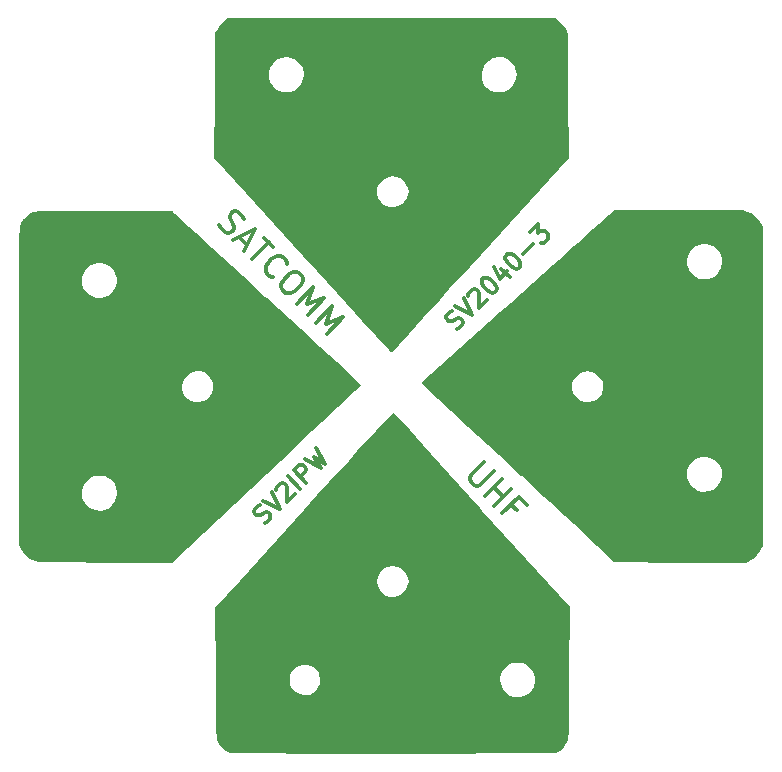
<source format=gts>
%TF.GenerationSoftware,KiCad,Pcbnew,8.0.1*%
%TF.CreationDate,2024-03-29T22:51:31+02:00*%
%TF.ProjectId,Veis,56656973-2e6b-4696-9361-645f70636258,rev?*%
%TF.SameCoordinates,Original*%
%TF.FileFunction,Soldermask,Top*%
%TF.FilePolarity,Negative*%
%FSLAX46Y46*%
G04 Gerber Fmt 4.6, Leading zero omitted, Abs format (unit mm)*
G04 Created by KiCad (PCBNEW 8.0.1) date 2024-03-29 22:51:31*
%MOMM*%
%LPD*%
G01*
G04 APERTURE LIST*
%ADD10C,0.300000*%
%ADD11C,0.000000*%
G04 APERTURE END LIST*
D10*
X161040247Y-86237066D02*
X161242278Y-86136050D01*
X161242278Y-86136050D02*
X161494816Y-85883512D01*
X161494816Y-85883512D02*
X161545323Y-85731989D01*
X161545323Y-85731989D02*
X161545323Y-85630974D01*
X161545323Y-85630974D02*
X161494816Y-85479451D01*
X161494816Y-85479451D02*
X161393801Y-85378436D01*
X161393801Y-85378436D02*
X161242278Y-85327928D01*
X161242278Y-85327928D02*
X161141262Y-85327928D01*
X161141262Y-85327928D02*
X160989740Y-85378436D01*
X160989740Y-85378436D02*
X160737201Y-85529959D01*
X160737201Y-85529959D02*
X160585679Y-85580466D01*
X160585679Y-85580466D02*
X160484663Y-85580466D01*
X160484663Y-85580466D02*
X160333140Y-85529959D01*
X160333140Y-85529959D02*
X160232125Y-85428944D01*
X160232125Y-85428944D02*
X160181618Y-85277421D01*
X160181618Y-85277421D02*
X160181618Y-85176405D01*
X160181618Y-85176405D02*
X160232125Y-85024883D01*
X160232125Y-85024883D02*
X160484663Y-84772344D01*
X160484663Y-84772344D02*
X160686694Y-84671329D01*
X160939232Y-84317776D02*
X162353445Y-85024883D01*
X162353445Y-85024883D02*
X161646338Y-83610669D01*
X162050399Y-83408639D02*
X162050399Y-83307624D01*
X162050399Y-83307624D02*
X162100907Y-83156101D01*
X162100907Y-83156101D02*
X162353445Y-82903563D01*
X162353445Y-82903563D02*
X162504968Y-82853055D01*
X162504968Y-82853055D02*
X162605983Y-82853055D01*
X162605983Y-82853055D02*
X162757506Y-82903563D01*
X162757506Y-82903563D02*
X162858521Y-83004578D01*
X162858521Y-83004578D02*
X162959536Y-83206609D01*
X162959536Y-83206609D02*
X162959536Y-84418792D01*
X162959536Y-84418792D02*
X163616136Y-83762192D01*
X163212074Y-82044933D02*
X163313090Y-81943918D01*
X163313090Y-81943918D02*
X163464612Y-81893411D01*
X163464612Y-81893411D02*
X163565628Y-81893411D01*
X163565628Y-81893411D02*
X163717151Y-81943918D01*
X163717151Y-81943918D02*
X163969689Y-82095441D01*
X163969689Y-82095441D02*
X164222227Y-82347979D01*
X164222227Y-82347979D02*
X164373750Y-82600517D01*
X164373750Y-82600517D02*
X164424257Y-82752040D01*
X164424257Y-82752040D02*
X164424257Y-82853055D01*
X164424257Y-82853055D02*
X164373750Y-83004578D01*
X164373750Y-83004578D02*
X164272734Y-83105594D01*
X164272734Y-83105594D02*
X164121212Y-83156101D01*
X164121212Y-83156101D02*
X164020196Y-83156101D01*
X164020196Y-83156101D02*
X163868673Y-83105594D01*
X163868673Y-83105594D02*
X163616135Y-82954071D01*
X163616135Y-82954071D02*
X163363597Y-82701533D01*
X163363597Y-82701533D02*
X163212074Y-82448994D01*
X163212074Y-82448994D02*
X163161567Y-82297472D01*
X163161567Y-82297472D02*
X163161567Y-82196456D01*
X163161567Y-82196456D02*
X163212074Y-82044933D01*
X164828318Y-81135796D02*
X165535425Y-81842903D01*
X164171719Y-80984274D02*
X164676795Y-81994426D01*
X164676795Y-81994426D02*
X165333394Y-81337827D01*
X165232379Y-80024629D02*
X165333394Y-79923614D01*
X165333394Y-79923614D02*
X165484917Y-79873106D01*
X165484917Y-79873106D02*
X165585932Y-79873106D01*
X165585932Y-79873106D02*
X165737455Y-79923614D01*
X165737455Y-79923614D02*
X165989993Y-80075137D01*
X165989993Y-80075137D02*
X166242531Y-80327675D01*
X166242531Y-80327675D02*
X166394054Y-80580213D01*
X166394054Y-80580213D02*
X166444562Y-80731736D01*
X166444562Y-80731736D02*
X166444562Y-80832751D01*
X166444562Y-80832751D02*
X166394054Y-80984274D01*
X166394054Y-80984274D02*
X166293039Y-81085289D01*
X166293039Y-81085289D02*
X166141516Y-81135797D01*
X166141516Y-81135797D02*
X166040501Y-81135797D01*
X166040501Y-81135797D02*
X165888978Y-81085289D01*
X165888978Y-81085289D02*
X165636440Y-80933766D01*
X165636440Y-80933766D02*
X165383902Y-80681228D01*
X165383902Y-80681228D02*
X165232379Y-80428690D01*
X165232379Y-80428690D02*
X165181871Y-80277167D01*
X165181871Y-80277167D02*
X165181871Y-80176152D01*
X165181871Y-80176152D02*
X165232379Y-80024629D01*
X166697100Y-79873106D02*
X167505222Y-79064984D01*
X167252684Y-78004324D02*
X167909283Y-77347725D01*
X167909283Y-77347725D02*
X167959790Y-78105339D01*
X167959790Y-78105339D02*
X168111313Y-77953816D01*
X168111313Y-77953816D02*
X168262836Y-77903309D01*
X168262836Y-77903309D02*
X168363851Y-77903309D01*
X168363851Y-77903309D02*
X168515374Y-77953816D01*
X168515374Y-77953816D02*
X168767913Y-78206355D01*
X168767913Y-78206355D02*
X168818420Y-78357877D01*
X168818420Y-78357877D02*
X168818420Y-78458893D01*
X168818420Y-78458893D02*
X168767913Y-78610416D01*
X168767913Y-78610416D02*
X168464867Y-78913461D01*
X168464867Y-78913461D02*
X168313344Y-78963969D01*
X168313344Y-78963969D02*
X168212329Y-78963969D01*
X144780247Y-102677066D02*
X144982278Y-102576050D01*
X144982278Y-102576050D02*
X145234816Y-102323512D01*
X145234816Y-102323512D02*
X145285323Y-102171989D01*
X145285323Y-102171989D02*
X145285323Y-102070974D01*
X145285323Y-102070974D02*
X145234816Y-101919451D01*
X145234816Y-101919451D02*
X145133801Y-101818436D01*
X145133801Y-101818436D02*
X144982278Y-101767928D01*
X144982278Y-101767928D02*
X144881262Y-101767928D01*
X144881262Y-101767928D02*
X144729740Y-101818436D01*
X144729740Y-101818436D02*
X144477201Y-101969959D01*
X144477201Y-101969959D02*
X144325679Y-102020466D01*
X144325679Y-102020466D02*
X144224663Y-102020466D01*
X144224663Y-102020466D02*
X144073140Y-101969959D01*
X144073140Y-101969959D02*
X143972125Y-101868944D01*
X143972125Y-101868944D02*
X143921618Y-101717421D01*
X143921618Y-101717421D02*
X143921618Y-101616405D01*
X143921618Y-101616405D02*
X143972125Y-101464883D01*
X143972125Y-101464883D02*
X144224663Y-101212344D01*
X144224663Y-101212344D02*
X144426694Y-101111329D01*
X144679232Y-100757776D02*
X146093445Y-101464883D01*
X146093445Y-101464883D02*
X145386338Y-100050669D01*
X145790399Y-99848639D02*
X145790399Y-99747624D01*
X145790399Y-99747624D02*
X145840907Y-99596101D01*
X145840907Y-99596101D02*
X146093445Y-99343563D01*
X146093445Y-99343563D02*
X146244968Y-99293055D01*
X146244968Y-99293055D02*
X146345983Y-99293055D01*
X146345983Y-99293055D02*
X146497506Y-99343563D01*
X146497506Y-99343563D02*
X146598521Y-99444578D01*
X146598521Y-99444578D02*
X146699536Y-99646609D01*
X146699536Y-99646609D02*
X146699536Y-100858792D01*
X146699536Y-100858792D02*
X147356136Y-100202192D01*
X147810704Y-99747624D02*
X146750044Y-98686964D01*
X148315780Y-99242548D02*
X147255120Y-98181887D01*
X147255120Y-98181887D02*
X147659181Y-97777826D01*
X147659181Y-97777826D02*
X147810704Y-97727319D01*
X147810704Y-97727319D02*
X147911719Y-97727319D01*
X147911719Y-97727319D02*
X148063242Y-97777826D01*
X148063242Y-97777826D02*
X148214765Y-97929349D01*
X148214765Y-97929349D02*
X148265273Y-98080872D01*
X148265273Y-98080872D02*
X148265273Y-98181887D01*
X148265273Y-98181887D02*
X148214765Y-98333410D01*
X148214765Y-98333410D02*
X147810704Y-98737471D01*
X148214765Y-97222243D02*
X149527964Y-98030365D01*
X149527964Y-98030365D02*
X148972380Y-97070720D01*
X148972380Y-97070720D02*
X149932025Y-97626304D01*
X149932025Y-97626304D02*
X149123903Y-96313105D01*
X163374594Y-97477960D02*
X162229755Y-98622800D01*
X162229755Y-98622800D02*
X162162411Y-98824830D01*
X162162411Y-98824830D02*
X162162411Y-98959517D01*
X162162411Y-98959517D02*
X162229755Y-99161548D01*
X162229755Y-99161548D02*
X162499129Y-99430922D01*
X162499129Y-99430922D02*
X162701159Y-99498265D01*
X162701159Y-99498265D02*
X162835846Y-99498265D01*
X162835846Y-99498265D02*
X163037877Y-99430922D01*
X163037877Y-99430922D02*
X164182717Y-98286082D01*
X163441938Y-100373731D02*
X164856151Y-98959517D01*
X164182716Y-99632952D02*
X164990839Y-100441074D01*
X164250060Y-101181853D02*
X165664274Y-99767639D01*
X166135678Y-101585914D02*
X165664273Y-101114509D01*
X164923495Y-101855288D02*
X166337708Y-100441074D01*
X166337708Y-100441074D02*
X167011144Y-101114509D01*
X140960381Y-77427487D02*
X141095068Y-77696861D01*
X141095068Y-77696861D02*
X141431785Y-78033578D01*
X141431785Y-78033578D02*
X141633816Y-78100922D01*
X141633816Y-78100922D02*
X141768503Y-78100922D01*
X141768503Y-78100922D02*
X141970533Y-78033578D01*
X141970533Y-78033578D02*
X142105220Y-77898891D01*
X142105220Y-77898891D02*
X142172564Y-77696861D01*
X142172564Y-77696861D02*
X142172564Y-77562174D01*
X142172564Y-77562174D02*
X142105220Y-77360143D01*
X142105220Y-77360143D02*
X141903190Y-77023426D01*
X141903190Y-77023426D02*
X141835846Y-76821395D01*
X141835846Y-76821395D02*
X141835846Y-76686708D01*
X141835846Y-76686708D02*
X141903190Y-76484678D01*
X141903190Y-76484678D02*
X142037877Y-76349991D01*
X142037877Y-76349991D02*
X142239907Y-76282647D01*
X142239907Y-76282647D02*
X142374594Y-76282647D01*
X142374594Y-76282647D02*
X142576625Y-76349991D01*
X142576625Y-76349991D02*
X142913343Y-76686708D01*
X142913343Y-76686708D02*
X143048030Y-76956082D01*
X142643969Y-78437639D02*
X143317404Y-79111074D01*
X142105221Y-78707013D02*
X143990839Y-77764204D01*
X143990839Y-77764204D02*
X143048030Y-79649822D01*
X144731617Y-78504983D02*
X145539739Y-79313105D01*
X143721465Y-80323257D02*
X145135678Y-78909044D01*
X145539740Y-81872158D02*
X145405053Y-81872158D01*
X145405053Y-81872158D02*
X145135679Y-81737471D01*
X145135679Y-81737471D02*
X145000992Y-81602784D01*
X145000992Y-81602784D02*
X144866305Y-81333410D01*
X144866305Y-81333410D02*
X144866305Y-81064036D01*
X144866305Y-81064036D02*
X144933648Y-80862006D01*
X144933648Y-80862006D02*
X145135679Y-80525288D01*
X145135679Y-80525288D02*
X145337709Y-80323258D01*
X145337709Y-80323258D02*
X145674427Y-80121227D01*
X145674427Y-80121227D02*
X145876457Y-80053884D01*
X145876457Y-80053884D02*
X146145831Y-80053884D01*
X146145831Y-80053884D02*
X146415205Y-80188571D01*
X146415205Y-80188571D02*
X146549892Y-80323258D01*
X146549892Y-80323258D02*
X146684579Y-80592632D01*
X146684579Y-80592632D02*
X146684579Y-80727319D01*
X147694732Y-81468097D02*
X147964106Y-81737471D01*
X147964106Y-81737471D02*
X148031449Y-81939502D01*
X148031449Y-81939502D02*
X148031449Y-82208876D01*
X148031449Y-82208876D02*
X147829419Y-82545593D01*
X147829419Y-82545593D02*
X147358014Y-83016998D01*
X147358014Y-83016998D02*
X147021297Y-83219028D01*
X147021297Y-83219028D02*
X146751923Y-83219028D01*
X146751923Y-83219028D02*
X146549892Y-83151685D01*
X146549892Y-83151685D02*
X146280518Y-82882311D01*
X146280518Y-82882311D02*
X146213175Y-82680280D01*
X146213175Y-82680280D02*
X146213175Y-82410906D01*
X146213175Y-82410906D02*
X146415205Y-82074189D01*
X146415205Y-82074189D02*
X146886610Y-81602784D01*
X146886610Y-81602784D02*
X147223327Y-81400754D01*
X147223327Y-81400754D02*
X147492701Y-81400754D01*
X147492701Y-81400754D02*
X147694732Y-81468097D01*
X147492701Y-84094494D02*
X148906915Y-82680280D01*
X148906915Y-82680280D02*
X148368167Y-84161837D01*
X148368167Y-84161837D02*
X149849724Y-83623089D01*
X149849724Y-83623089D02*
X148435510Y-85037303D01*
X149108945Y-85710738D02*
X150523159Y-84296524D01*
X150523159Y-84296524D02*
X149984411Y-85778081D01*
X149984411Y-85778081D02*
X151465968Y-85239333D01*
X151465968Y-85239333D02*
X150051754Y-86653547D01*
D11*
%TO.C,V*%
G36*
X169729641Y-60173324D02*
G01*
X169963817Y-60408362D01*
X170185467Y-60708799D01*
X170266666Y-60850658D01*
X170478333Y-61269667D01*
X170498627Y-66519000D01*
X170518922Y-71768333D01*
X163068941Y-79981000D01*
X162156986Y-80985866D01*
X161275899Y-81955844D01*
X160432417Y-82883558D01*
X159633280Y-83761633D01*
X158885227Y-84582694D01*
X158194997Y-85339365D01*
X157569329Y-86024271D01*
X157014961Y-86630037D01*
X156538634Y-87149287D01*
X156147086Y-87574645D01*
X155847055Y-87898737D01*
X155645282Y-88114187D01*
X155548506Y-88213620D01*
X155541069Y-88219692D01*
X155475763Y-88161322D01*
X155303645Y-87984634D01*
X155031438Y-87696944D01*
X154665862Y-87305568D01*
X154213640Y-86817823D01*
X153681494Y-86241023D01*
X153076145Y-85582486D01*
X152404316Y-84849526D01*
X151672729Y-84049461D01*
X150888105Y-83189606D01*
X150057166Y-82277277D01*
X149186634Y-81319790D01*
X148283231Y-80324462D01*
X148002374Y-80014689D01*
X143199657Y-74716159D01*
X154304002Y-74716159D01*
X154404078Y-75111778D01*
X154618873Y-75449554D01*
X154921748Y-75711164D01*
X155286062Y-75878285D01*
X155685173Y-75932592D01*
X156092442Y-75855762D01*
X156398409Y-75693174D01*
X156626837Y-75458351D01*
X156823178Y-75132945D01*
X156947993Y-74791397D01*
X156972140Y-74610231D01*
X156918135Y-74330693D01*
X156777265Y-74009876D01*
X156587612Y-73719375D01*
X156403300Y-73540775D01*
X155991325Y-73360516D01*
X155559581Y-73323217D01*
X155142716Y-73416415D01*
X154775376Y-73627648D01*
X154492210Y-73944453D01*
X154345288Y-74281022D01*
X154304002Y-74716159D01*
X143199657Y-74716159D01*
X140541568Y-71783659D01*
X140566284Y-66484330D01*
X140573544Y-64927702D01*
X145149998Y-64927702D01*
X145257838Y-65325264D01*
X145484531Y-65683382D01*
X145836295Y-65974910D01*
X146003011Y-66062110D01*
X146470814Y-66201969D01*
X146923889Y-66179492D01*
X147296465Y-66045201D01*
X147665409Y-65781739D01*
X147883299Y-65491926D01*
X148068541Y-65031637D01*
X148091334Y-64736833D01*
X163154666Y-64736833D01*
X163212037Y-65178311D01*
X163398949Y-65552487D01*
X163633941Y-65815645D01*
X163943154Y-66054918D01*
X164267742Y-66174883D01*
X164671772Y-66197379D01*
X164742999Y-66193708D01*
X165094068Y-66140326D01*
X165374777Y-66008753D01*
X165504999Y-65913278D01*
X165856655Y-65537115D01*
X166062620Y-65101535D01*
X166116505Y-64633598D01*
X166011927Y-64160365D01*
X165950583Y-64025090D01*
X165673752Y-63638113D01*
X165325140Y-63381642D01*
X164931905Y-63248763D01*
X164521207Y-63232563D01*
X164120207Y-63326128D01*
X163756064Y-63522543D01*
X163455937Y-63814895D01*
X163246987Y-64196270D01*
X163156373Y-64659754D01*
X163154666Y-64736833D01*
X148091334Y-64736833D01*
X148104009Y-64572887D01*
X148004273Y-64142362D01*
X147783902Y-63766746D01*
X147457465Y-63472723D01*
X147039532Y-63286978D01*
X146650676Y-63234295D01*
X146175971Y-63298414D01*
X145782812Y-63485976D01*
X145477418Y-63769834D01*
X145266006Y-64122839D01*
X145154793Y-64517845D01*
X145149998Y-64927702D01*
X140573544Y-64927702D01*
X140591000Y-61185000D01*
X140802666Y-60811568D01*
X141005403Y-60522143D01*
X141257341Y-60248472D01*
X141339692Y-60176568D01*
X141665051Y-59915000D01*
X155534666Y-59915000D01*
X169404282Y-59915000D01*
X169729641Y-60173324D01*
G37*
G36*
X174562324Y-76103974D02*
G01*
X174615205Y-76124905D01*
X174764322Y-76141912D01*
X175018312Y-76155077D01*
X175385806Y-76164481D01*
X175875441Y-76170205D01*
X176495850Y-76172331D01*
X177255668Y-76170940D01*
X178163528Y-76166112D01*
X179228065Y-76157930D01*
X179775509Y-76153036D01*
X180950464Y-76143158D01*
X181965798Y-76136905D01*
X182831188Y-76134365D01*
X183556309Y-76135629D01*
X184150839Y-76140785D01*
X184624452Y-76149923D01*
X184986826Y-76163132D01*
X185247635Y-76180501D01*
X185416557Y-76202121D01*
X185432305Y-76205255D01*
X185942681Y-76395634D01*
X186393460Y-76725601D01*
X186748077Y-77166984D01*
X186800753Y-77259597D01*
X186988333Y-77610333D01*
X187010535Y-90932439D01*
X187013396Y-92964479D01*
X187014919Y-94828420D01*
X187015099Y-96525492D01*
X187013930Y-98056925D01*
X187011405Y-99423949D01*
X187007520Y-100627793D01*
X187002267Y-101669688D01*
X186995641Y-102550862D01*
X186987637Y-103272545D01*
X186978248Y-103835968D01*
X186967468Y-104242360D01*
X186955291Y-104492950D01*
X186944731Y-104581379D01*
X186760549Y-105002375D01*
X186462154Y-105404102D01*
X186099384Y-105725332D01*
X185932009Y-105825500D01*
X185555453Y-106016000D01*
X179943060Y-106016000D01*
X178786975Y-106014800D01*
X177748541Y-106011263D01*
X176834510Y-106005488D01*
X176051632Y-105997570D01*
X175406657Y-105987608D01*
X174906335Y-105975698D01*
X174557418Y-105961936D01*
X174366656Y-105946421D01*
X174330666Y-105935357D01*
X174269624Y-105868915D01*
X174091477Y-105694746D01*
X173803692Y-105419819D01*
X173413735Y-105051104D01*
X172929074Y-104595571D01*
X172357175Y-104060190D01*
X171705507Y-103451931D01*
X170981535Y-102777763D01*
X170192726Y-102044656D01*
X169346549Y-101259581D01*
X168450469Y-100429506D01*
X167511954Y-99561403D01*
X166562500Y-98684419D01*
X166533424Y-98657577D01*
X180549248Y-98657577D01*
X180593055Y-98893065D01*
X180792645Y-99346417D01*
X181102292Y-99696599D01*
X181492544Y-99929991D01*
X181933951Y-100032977D01*
X182397060Y-99991937D01*
X182712666Y-99873133D01*
X183078430Y-99602868D01*
X183349813Y-99232902D01*
X183507382Y-98806027D01*
X183531701Y-98365039D01*
X183490301Y-98160797D01*
X183275904Y-97697905D01*
X182944244Y-97355945D01*
X182676988Y-97201889D01*
X182214631Y-97071577D01*
X181765239Y-97086346D01*
X181352712Y-97226802D01*
X181000950Y-97473548D01*
X180733852Y-97807189D01*
X180575318Y-98208331D01*
X180549248Y-98657577D01*
X166533424Y-98657577D01*
X165582306Y-97779529D01*
X164632097Y-96902055D01*
X163719804Y-96059332D01*
X162853355Y-95258699D01*
X162040682Y-94507490D01*
X161289713Y-93813043D01*
X160608379Y-93182693D01*
X160004610Y-92623777D01*
X159486335Y-92143631D01*
X159061484Y-91749592D01*
X158737988Y-91448995D01*
X158523776Y-91249178D01*
X158478076Y-91206027D01*
X170816102Y-91206027D01*
X170920600Y-91623511D01*
X171150038Y-91990678D01*
X171484181Y-92264265D01*
X171570917Y-92308138D01*
X171936554Y-92436231D01*
X172260295Y-92446749D01*
X172616140Y-92339359D01*
X172699084Y-92303063D01*
X173061305Y-92053573D01*
X173316681Y-91703785D01*
X173447180Y-91293871D01*
X173434768Y-90864001D01*
X173401128Y-90739106D01*
X173190805Y-90343716D01*
X172871636Y-90041716D01*
X172480496Y-89853932D01*
X172054257Y-89801189D01*
X171808860Y-89839767D01*
X171468022Y-90004520D01*
X171154167Y-90281342D01*
X170922750Y-90615381D01*
X170856784Y-90781490D01*
X170816102Y-91206027D01*
X158478076Y-91206027D01*
X158430325Y-91160940D01*
X158066316Y-90807755D01*
X163805031Y-85648377D01*
X164715427Y-84829892D01*
X165640653Y-83998082D01*
X166565961Y-83166206D01*
X167476602Y-82347524D01*
X168357828Y-81555293D01*
X169194891Y-80802774D01*
X169686330Y-80360974D01*
X180564622Y-80360974D01*
X180589065Y-80845306D01*
X180602947Y-80904848D01*
X180762662Y-81276633D01*
X181024325Y-81615838D01*
X181341889Y-81870936D01*
X181550804Y-81965537D01*
X181957129Y-82019223D01*
X182401013Y-81969113D01*
X182795775Y-81826473D01*
X182846388Y-81797179D01*
X183196072Y-81491816D01*
X183419356Y-81109126D01*
X183517753Y-80682743D01*
X183492773Y-80246303D01*
X183345927Y-79833441D01*
X183078726Y-79477791D01*
X182731123Y-79231655D01*
X182245838Y-79067680D01*
X181780674Y-79071183D01*
X181343526Y-79240908D01*
X181009372Y-79505372D01*
X180705160Y-79912830D01*
X180564622Y-80360974D01*
X169686330Y-80360974D01*
X169973041Y-80103223D01*
X170677532Y-79469902D01*
X171293613Y-78916067D01*
X171806538Y-78454978D01*
X172036854Y-78247945D01*
X172583352Y-77759762D01*
X173090056Y-77313033D01*
X173543450Y-76919229D01*
X173930017Y-76589826D01*
X174236242Y-76336297D01*
X174448610Y-76170117D01*
X174553603Y-76102760D01*
X174562324Y-76103974D01*
G37*
G36*
X155752808Y-93329801D02*
G01*
X155822344Y-93405544D01*
X155998494Y-93599513D01*
X156274465Y-93904187D01*
X156643462Y-94312044D01*
X157098692Y-94815564D01*
X157633360Y-95407224D01*
X158240671Y-96079505D01*
X158913833Y-96824884D01*
X159646051Y-97635841D01*
X160430530Y-98504855D01*
X161260477Y-99424404D01*
X162129098Y-100386967D01*
X163029599Y-101385024D01*
X163235571Y-101613333D01*
X170606414Y-109783667D01*
X170584707Y-115329333D01*
X170580294Y-116433991D01*
X170576051Y-117382142D01*
X170571534Y-118186613D01*
X170566295Y-118860230D01*
X170559891Y-119415818D01*
X170551874Y-119866204D01*
X170541800Y-120224213D01*
X170529223Y-120502671D01*
X170513697Y-120714404D01*
X170494776Y-120872239D01*
X170472015Y-120989001D01*
X170444968Y-121077516D01*
X170413190Y-121150610D01*
X170380254Y-121213667D01*
X170106571Y-121613369D01*
X169777135Y-121927205D01*
X169477988Y-122097280D01*
X169373338Y-122110538D01*
X169130886Y-122122673D01*
X168748113Y-122133702D01*
X168222499Y-122143641D01*
X167551525Y-122152507D01*
X166732672Y-122160315D01*
X165763419Y-122167082D01*
X164641249Y-122172824D01*
X163363641Y-122177558D01*
X161928076Y-122181299D01*
X160332036Y-122184064D01*
X158572999Y-122185869D01*
X156648448Y-122186731D01*
X155592654Y-122186812D01*
X153798630Y-122186620D01*
X152166262Y-122186141D01*
X150687875Y-122185300D01*
X149355794Y-122184025D01*
X148162342Y-122182242D01*
X147099842Y-122179879D01*
X146160620Y-122176861D01*
X145336999Y-122173115D01*
X144621302Y-122168570D01*
X144005854Y-122163150D01*
X143482979Y-122156783D01*
X143045001Y-122149395D01*
X142684244Y-122140914D01*
X142393031Y-122131267D01*
X142163688Y-122120379D01*
X141988536Y-122108178D01*
X141859902Y-122094590D01*
X141770107Y-122079543D01*
X141711478Y-122062963D01*
X141691666Y-122054187D01*
X141269183Y-121761608D01*
X140957183Y-121366856D01*
X140854665Y-121171333D01*
X140818728Y-121091177D01*
X140787881Y-121006476D01*
X140761673Y-120904190D01*
X140739652Y-120771281D01*
X140721365Y-120594706D01*
X140706362Y-120361427D01*
X140694190Y-120058404D01*
X140684397Y-119672596D01*
X140676532Y-119190963D01*
X140670142Y-118600466D01*
X140664776Y-117888065D01*
X140659982Y-117040719D01*
X140655307Y-116045389D01*
X140655007Y-115976564D01*
X146912430Y-115976564D01*
X146965804Y-116368259D01*
X147101360Y-116688300D01*
X147114483Y-116707023D01*
X147415264Y-116994773D01*
X147796211Y-117177974D01*
X148211242Y-117247989D01*
X148614271Y-117196176D01*
X148919172Y-117045358D01*
X149263246Y-116700767D01*
X149465402Y-116297089D01*
X149518188Y-115862924D01*
X149516401Y-115855434D01*
X164721628Y-115855434D01*
X164762766Y-116304267D01*
X164938952Y-116720321D01*
X165243315Y-117070583D01*
X165545674Y-117267343D01*
X166025963Y-117421293D01*
X166499941Y-117410631D01*
X166919829Y-117252818D01*
X167305867Y-116950503D01*
X167568145Y-116569833D01*
X167700170Y-116142821D01*
X167695451Y-115701476D01*
X167547495Y-115277811D01*
X167371255Y-115026865D01*
X167034977Y-114713402D01*
X166678681Y-114540543D01*
X166248164Y-114483046D01*
X166202666Y-114482667D01*
X165735614Y-114538662D01*
X165358590Y-114719341D01*
X165071978Y-114991475D01*
X164822408Y-115406833D01*
X164721628Y-115855434D01*
X149516401Y-115855434D01*
X149414154Y-115426876D01*
X149366563Y-115328012D01*
X149095559Y-114978962D01*
X148741534Y-114752382D01*
X148339398Y-114649225D01*
X147924059Y-114670446D01*
X147530428Y-114816998D01*
X147193414Y-115089835D01*
X147062557Y-115265059D01*
X146943820Y-115584927D01*
X146912430Y-115976564D01*
X140655007Y-115976564D01*
X140652185Y-115328110D01*
X140628704Y-109865886D01*
X142674075Y-107597464D01*
X154315799Y-107597464D01*
X154360114Y-107983363D01*
X154522217Y-108344713D01*
X154808873Y-108652304D01*
X155049903Y-108802109D01*
X155407382Y-108941870D01*
X155720574Y-108962478D01*
X156057174Y-108863164D01*
X156215226Y-108788833D01*
X156532444Y-108552817D01*
X156787623Y-108221553D01*
X156943522Y-107852180D01*
X156974000Y-107624667D01*
X156910907Y-107314906D01*
X156747902Y-106975657D01*
X156524392Y-106673676D01*
X156303299Y-106488488D01*
X155974617Y-106365301D01*
X155624259Y-106322102D01*
X155181111Y-106392590D01*
X154821927Y-106584581D01*
X154553470Y-106868863D01*
X154382505Y-107216228D01*
X154315799Y-107597464D01*
X142674075Y-107597464D01*
X148134795Y-101541244D01*
X149232850Y-100323926D01*
X150223254Y-99227073D01*
X151111297Y-98244981D01*
X151902269Y-97371950D01*
X152601460Y-96602277D01*
X153214160Y-95930259D01*
X153745659Y-95350194D01*
X154201248Y-94856381D01*
X154586217Y-94443117D01*
X154905855Y-94104699D01*
X155165453Y-93835425D01*
X155370301Y-93629594D01*
X155525690Y-93481503D01*
X155636908Y-93385450D01*
X155709247Y-93335732D01*
X155747996Y-93326648D01*
X155752808Y-93329801D01*
G37*
G36*
X132272680Y-76214276D02*
G01*
X133185240Y-76217000D01*
X134032503Y-76221346D01*
X134800632Y-76227155D01*
X135475795Y-76234270D01*
X136044157Y-76242531D01*
X136491884Y-76251781D01*
X136805140Y-76261862D01*
X136970093Y-76272613D01*
X136992666Y-76278418D01*
X137054085Y-76342407D01*
X137233392Y-76513459D01*
X137523159Y-76784752D01*
X137915960Y-77149463D01*
X138404370Y-77600768D01*
X138980961Y-78131844D01*
X139638306Y-78735867D01*
X140368980Y-79406015D01*
X141165556Y-80135465D01*
X142020607Y-80917393D01*
X142926708Y-81744976D01*
X143876430Y-82611391D01*
X144862349Y-83509814D01*
X144986911Y-83623251D01*
X145976527Y-84524950D01*
X146930670Y-85395365D01*
X147841930Y-86227685D01*
X148702899Y-87015100D01*
X149506167Y-87750797D01*
X150244326Y-88427967D01*
X150909965Y-89039796D01*
X151495675Y-89579475D01*
X151994047Y-90040192D01*
X152397673Y-90415136D01*
X152699142Y-90697495D01*
X152891046Y-90880458D01*
X152965975Y-90957214D01*
X152966744Y-90959012D01*
X152904352Y-91022723D01*
X152725634Y-91195288D01*
X152437881Y-91469836D01*
X152048383Y-91839494D01*
X151564431Y-92297389D01*
X150993315Y-92836648D01*
X150342326Y-93450400D01*
X149618754Y-94131772D01*
X148829890Y-94873891D01*
X147983024Y-95669885D01*
X147085447Y-96512881D01*
X146144449Y-97396007D01*
X145167321Y-98312390D01*
X144951333Y-98514865D01*
X136950333Y-106014707D01*
X131320000Y-106009689D01*
X130154920Y-106008031D01*
X129147759Y-106005127D01*
X128287105Y-106000748D01*
X127561545Y-105994664D01*
X126959669Y-105986646D01*
X126470063Y-105976463D01*
X126081317Y-105963886D01*
X125782019Y-105948685D01*
X125560756Y-105930632D01*
X125406117Y-105909495D01*
X125318443Y-105888905D01*
X124898669Y-105679253D01*
X124510570Y-105338356D01*
X124196474Y-104903967D01*
X124179414Y-104873000D01*
X123996333Y-104534333D01*
X123988843Y-100052505D01*
X129315687Y-100052505D01*
X129365959Y-100513108D01*
X129571152Y-100956886D01*
X129688224Y-101112740D01*
X130045370Y-101413514D01*
X130476376Y-101579689D01*
X130944006Y-101604466D01*
X131411026Y-101481042D01*
X131492611Y-101442327D01*
X131878671Y-101155254D01*
X132144228Y-100763294D01*
X132270868Y-100296658D01*
X132278976Y-100152124D01*
X132211897Y-99642606D01*
X132007966Y-99226696D01*
X131678836Y-98916634D01*
X131236157Y-98724659D01*
X130865336Y-98667115D01*
X130544261Y-98659585D01*
X130320692Y-98694931D01*
X130125226Y-98787489D01*
X130052014Y-98835097D01*
X129662953Y-99186965D01*
X129416098Y-99601612D01*
X129315687Y-100052505D01*
X123988843Y-100052505D01*
X123974125Y-91245481D01*
X123973704Y-91009378D01*
X137808765Y-91009378D01*
X137835461Y-91427318D01*
X137999506Y-91814762D01*
X138295350Y-92138793D01*
X138539903Y-92292109D01*
X138896104Y-92430923D01*
X139211796Y-92451700D01*
X139557986Y-92355125D01*
X139679084Y-92303063D01*
X140053158Y-92048002D01*
X140306191Y-91695345D01*
X140425045Y-91278001D01*
X140396580Y-90828877D01*
X140340513Y-90646418D01*
X140110996Y-90255094D01*
X139786712Y-89981207D01*
X139401008Y-89831467D01*
X138987231Y-89812582D01*
X138578728Y-89931260D01*
X138208845Y-90194211D01*
X138189610Y-90213687D01*
X137924966Y-90593861D01*
X137808765Y-91009378D01*
X123973704Y-91009378D01*
X123970926Y-89451269D01*
X123967823Y-87818492D01*
X123965146Y-86339253D01*
X123963226Y-85005657D01*
X123962393Y-83809804D01*
X123962977Y-82743798D01*
X123964047Y-82310446D01*
X129309834Y-82310446D01*
X129441560Y-82736590D01*
X129642454Y-83034045D01*
X130045743Y-83386830D01*
X130488375Y-83579641D01*
X130956815Y-83609496D01*
X131437529Y-83473415D01*
X131500414Y-83443282D01*
X131861457Y-83173064D01*
X132123877Y-82797566D01*
X132267717Y-82361288D01*
X132273025Y-81908730D01*
X132245842Y-81780943D01*
X132069338Y-81334047D01*
X131800876Y-81008625D01*
X131462011Y-80792600D01*
X131006315Y-80641247D01*
X130568479Y-80649302D01*
X130132123Y-80806500D01*
X129738369Y-81087805D01*
X129465338Y-81453760D01*
X129320126Y-81872071D01*
X129309834Y-82310446D01*
X123964047Y-82310446D01*
X123965307Y-81799741D01*
X123969715Y-80969737D01*
X123976529Y-80245888D01*
X123986080Y-79620296D01*
X123998698Y-79085065D01*
X124014713Y-78632298D01*
X124034456Y-78254096D01*
X124058255Y-77942563D01*
X124086442Y-77689801D01*
X124119346Y-77487913D01*
X124157298Y-77329002D01*
X124200627Y-77205171D01*
X124249663Y-77108522D01*
X124304737Y-77031158D01*
X124366179Y-76965182D01*
X124434318Y-76902696D01*
X124509485Y-76835804D01*
X124579129Y-76769601D01*
X124859903Y-76537057D01*
X125159084Y-76362397D01*
X125276156Y-76317459D01*
X125396191Y-76295285D01*
X125603519Y-76276151D01*
X125907419Y-76259899D01*
X126317171Y-76246368D01*
X126842055Y-76235398D01*
X127491351Y-76226829D01*
X128274337Y-76220500D01*
X129200295Y-76216251D01*
X130278504Y-76213922D01*
X131308656Y-76213333D01*
X132272680Y-76214276D01*
G37*
%TD*%
M02*

</source>
